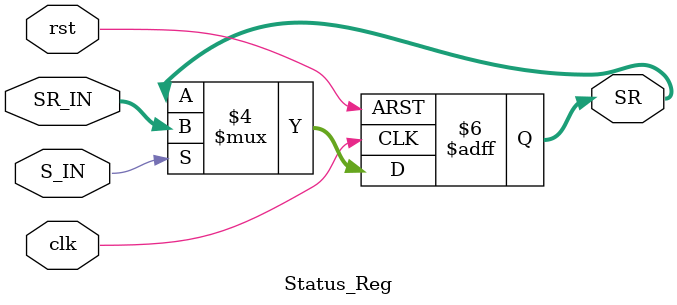
<source format=sv>
module Status_Reg(
    input clk, rst,
    input [3:0] SR_IN,
    input S_IN,

    output reg [3:0] SR
);

    always @(negedge clk, posedge rst) begin
		if(rst == 1'b1)
			SR <= 0;
		else if (S_IN == 1)
			SR <= SR_IN;
	end

endmodule
</source>
